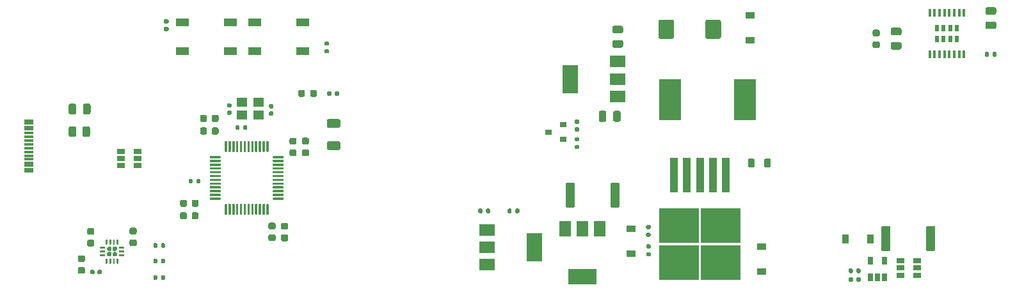
<source format=gbr>
%TF.GenerationSoftware,KiCad,Pcbnew,(5.1.9)-1*%
%TF.CreationDate,2022-06-19T13:41:10+03:00*%
%TF.ProjectId,jantteri-motor-pwr,6a616e74-7465-4726-992d-6d6f746f722d,rev?*%
%TF.SameCoordinates,Original*%
%TF.FileFunction,Paste,Top*%
%TF.FilePolarity,Positive*%
%FSLAX46Y46*%
G04 Gerber Fmt 4.6, Leading zero omitted, Abs format (unit mm)*
G04 Created by KiCad (PCBNEW (5.1.9)-1) date 2022-06-19 13:41:10*
%MOMM*%
%LPD*%
G01*
G04 APERTURE LIST*
%ADD10R,0.900000X1.200000*%
%ADD11R,1.200000X0.900000*%
%ADD12R,1.150000X0.300000*%
%ADD13R,2.900000X5.400000*%
%ADD14R,0.900000X0.800000*%
%ADD15R,1.060000X0.650000*%
%ADD16R,0.650000X1.060000*%
%ADD17R,2.000000X1.500000*%
%ADD18R,2.000000X3.800000*%
%ADD19R,1.100000X4.600000*%
%ADD20R,5.250000X4.550000*%
%ADD21R,0.450000X1.050000*%
%ADD22R,0.537000X0.882000*%
%ADD23R,3.800000X2.000000*%
%ADD24R,1.500000X2.000000*%
%ADD25R,1.400000X1.200000*%
%ADD26R,1.700000X1.000000*%
G04 APERTURE END LIST*
%TO.C,C1*%
G36*
G01*
X110901241Y-124511760D02*
X109601239Y-124511760D01*
G75*
G02*
X109351240Y-124261761I0J249999D01*
G01*
X109351240Y-123611759D01*
G75*
G02*
X109601239Y-123361760I249999J0D01*
G01*
X110901241Y-123361760D01*
G75*
G02*
X111151240Y-123611759I0J-249999D01*
G01*
X111151240Y-124261761D01*
G75*
G02*
X110901241Y-124511760I-249999J0D01*
G01*
G37*
G36*
G01*
X110901241Y-121561760D02*
X109601239Y-121561760D01*
G75*
G02*
X109351240Y-121311761I0J249999D01*
G01*
X109351240Y-120661759D01*
G75*
G02*
X109601239Y-120411760I249999J0D01*
G01*
X110901241Y-120411760D01*
G75*
G02*
X111151240Y-120661759I0J-249999D01*
G01*
X111151240Y-121311761D01*
G75*
G02*
X110901241Y-121561760I-249999J0D01*
G01*
G37*
%TD*%
%TO.C,C2*%
G36*
G01*
X101842760Y-134124280D02*
X102342760Y-134124280D01*
G75*
G02*
X102567760Y-134349280I0J-225000D01*
G01*
X102567760Y-134799280D01*
G75*
G02*
X102342760Y-135024280I-225000J0D01*
G01*
X101842760Y-135024280D01*
G75*
G02*
X101617760Y-134799280I0J225000D01*
G01*
X101617760Y-134349280D01*
G75*
G02*
X101842760Y-134124280I225000J0D01*
G01*
G37*
G36*
G01*
X101842760Y-135674280D02*
X102342760Y-135674280D01*
G75*
G02*
X102567760Y-135899280I0J-225000D01*
G01*
X102567760Y-136349280D01*
G75*
G02*
X102342760Y-136574280I-225000J0D01*
G01*
X101842760Y-136574280D01*
G75*
G02*
X101617760Y-136349280I0J225000D01*
G01*
X101617760Y-135899280D01*
G75*
G02*
X101842760Y-135674280I225000J0D01*
G01*
G37*
%TD*%
%TO.C,C3*%
G36*
G01*
X103503920Y-135704160D02*
X104003920Y-135704160D01*
G75*
G02*
X104228920Y-135929160I0J-225000D01*
G01*
X104228920Y-136379160D01*
G75*
G02*
X104003920Y-136604160I-225000J0D01*
G01*
X103503920Y-136604160D01*
G75*
G02*
X103278920Y-136379160I0J225000D01*
G01*
X103278920Y-135929160D01*
G75*
G02*
X103503920Y-135704160I225000J0D01*
G01*
G37*
G36*
G01*
X103503920Y-134154160D02*
X104003920Y-134154160D01*
G75*
G02*
X104228920Y-134379160I0J-225000D01*
G01*
X104228920Y-134829160D01*
G75*
G02*
X104003920Y-135054160I-225000J0D01*
G01*
X103503920Y-135054160D01*
G75*
G02*
X103278920Y-134829160I0J225000D01*
G01*
X103278920Y-134379160D01*
G75*
G02*
X103503920Y-134154160I225000J0D01*
G01*
G37*
%TD*%
%TO.C,C4*%
G36*
G01*
X105126600Y-125326560D02*
X104626600Y-125326560D01*
G75*
G02*
X104401600Y-125101560I0J225000D01*
G01*
X104401600Y-124651560D01*
G75*
G02*
X104626600Y-124426560I225000J0D01*
G01*
X105126600Y-124426560D01*
G75*
G02*
X105351600Y-124651560I0J-225000D01*
G01*
X105351600Y-125101560D01*
G75*
G02*
X105126600Y-125326560I-225000J0D01*
G01*
G37*
G36*
G01*
X105126600Y-123776560D02*
X104626600Y-123776560D01*
G75*
G02*
X104401600Y-123551560I0J225000D01*
G01*
X104401600Y-123101560D01*
G75*
G02*
X104626600Y-122876560I225000J0D01*
G01*
X105126600Y-122876560D01*
G75*
G02*
X105351600Y-123101560I0J-225000D01*
G01*
X105351600Y-123551560D01*
G75*
G02*
X105126600Y-123776560I-225000J0D01*
G01*
G37*
%TD*%
%TO.C,C5*%
G36*
G01*
X106772520Y-125324320D02*
X106272520Y-125324320D01*
G75*
G02*
X106047520Y-125099320I0J225000D01*
G01*
X106047520Y-124649320D01*
G75*
G02*
X106272520Y-124424320I225000J0D01*
G01*
X106772520Y-124424320D01*
G75*
G02*
X106997520Y-124649320I0J-225000D01*
G01*
X106997520Y-125099320D01*
G75*
G02*
X106772520Y-125324320I-225000J0D01*
G01*
G37*
G36*
G01*
X106772520Y-123774320D02*
X106272520Y-123774320D01*
G75*
G02*
X106047520Y-123549320I0J225000D01*
G01*
X106047520Y-123099320D01*
G75*
G02*
X106272520Y-122874320I225000J0D01*
G01*
X106772520Y-122874320D01*
G75*
G02*
X106997520Y-123099320I0J-225000D01*
G01*
X106997520Y-123549320D01*
G75*
G02*
X106772520Y-123774320I-225000J0D01*
G01*
G37*
%TD*%
%TO.C,C6*%
G36*
G01*
X90837840Y-131316920D02*
X90837840Y-131816920D01*
G75*
G02*
X90612840Y-132041920I-225000J0D01*
G01*
X90162840Y-132041920D01*
G75*
G02*
X89937840Y-131816920I0J225000D01*
G01*
X89937840Y-131316920D01*
G75*
G02*
X90162840Y-131091920I225000J0D01*
G01*
X90612840Y-131091920D01*
G75*
G02*
X90837840Y-131316920I0J-225000D01*
G01*
G37*
G36*
G01*
X92387840Y-131316920D02*
X92387840Y-131816920D01*
G75*
G02*
X92162840Y-132041920I-225000J0D01*
G01*
X91712840Y-132041920D01*
G75*
G02*
X91487840Y-131816920I0J225000D01*
G01*
X91487840Y-131316920D01*
G75*
G02*
X91712840Y-131091920I225000J0D01*
G01*
X92162840Y-131091920D01*
G75*
G02*
X92387840Y-131316920I0J-225000D01*
G01*
G37*
%TD*%
%TO.C,C7*%
G36*
G01*
X92373999Y-132980199D02*
X92373999Y-133480199D01*
G75*
G02*
X92148999Y-133705199I-225000J0D01*
G01*
X91698999Y-133705199D01*
G75*
G02*
X91473999Y-133480199I0J225000D01*
G01*
X91473999Y-132980199D01*
G75*
G02*
X91698999Y-132755199I225000J0D01*
G01*
X92148999Y-132755199D01*
G75*
G02*
X92373999Y-132980199I0J-225000D01*
G01*
G37*
G36*
G01*
X90823999Y-132980199D02*
X90823999Y-133480199D01*
G75*
G02*
X90598999Y-133705199I-225000J0D01*
G01*
X90148999Y-133705199D01*
G75*
G02*
X89923999Y-133480199I0J225000D01*
G01*
X89923999Y-132980199D01*
G75*
G02*
X90148999Y-132755199I225000J0D01*
G01*
X90598999Y-132755199D01*
G75*
G02*
X90823999Y-132980199I0J-225000D01*
G01*
G37*
%TD*%
%TO.C,C8*%
G36*
G01*
X93474960Y-120074880D02*
X93474960Y-120574880D01*
G75*
G02*
X93249960Y-120799880I-225000J0D01*
G01*
X92799960Y-120799880D01*
G75*
G02*
X92574960Y-120574880I0J225000D01*
G01*
X92574960Y-120074880D01*
G75*
G02*
X92799960Y-119849880I225000J0D01*
G01*
X93249960Y-119849880D01*
G75*
G02*
X93474960Y-120074880I0J-225000D01*
G01*
G37*
G36*
G01*
X95024960Y-120074880D02*
X95024960Y-120574880D01*
G75*
G02*
X94799960Y-120799880I-225000J0D01*
G01*
X94349960Y-120799880D01*
G75*
G02*
X94124960Y-120574880I0J225000D01*
G01*
X94124960Y-120074880D01*
G75*
G02*
X94349960Y-119849880I225000J0D01*
G01*
X94799960Y-119849880D01*
G75*
G02*
X95024960Y-120074880I0J-225000D01*
G01*
G37*
%TD*%
%TO.C,C9*%
G36*
G01*
X93474960Y-121741120D02*
X93474960Y-122241120D01*
G75*
G02*
X93249960Y-122466120I-225000J0D01*
G01*
X92799960Y-122466120D01*
G75*
G02*
X92574960Y-122241120I0J225000D01*
G01*
X92574960Y-121741120D01*
G75*
G02*
X92799960Y-121516120I225000J0D01*
G01*
X93249960Y-121516120D01*
G75*
G02*
X93474960Y-121741120I0J-225000D01*
G01*
G37*
G36*
G01*
X95024960Y-121741120D02*
X95024960Y-122241120D01*
G75*
G02*
X94799960Y-122466120I-225000J0D01*
G01*
X94349960Y-122466120D01*
G75*
G02*
X94124960Y-122241120I0J225000D01*
G01*
X94124960Y-121741120D01*
G75*
G02*
X94349960Y-121516120I225000J0D01*
G01*
X94799960Y-121516120D01*
G75*
G02*
X95024960Y-121741120I0J-225000D01*
G01*
G37*
%TD*%
%TO.C,C10*%
G36*
G01*
X101821160Y-118426960D02*
X102161160Y-118426960D01*
G75*
G02*
X102301160Y-118566960I0J-140000D01*
G01*
X102301160Y-118846960D01*
G75*
G02*
X102161160Y-118986960I-140000J0D01*
G01*
X101821160Y-118986960D01*
G75*
G02*
X101681160Y-118846960I0J140000D01*
G01*
X101681160Y-118566960D01*
G75*
G02*
X101821160Y-118426960I140000J0D01*
G01*
G37*
G36*
G01*
X101821160Y-119386960D02*
X102161160Y-119386960D01*
G75*
G02*
X102301160Y-119526960I0J-140000D01*
G01*
X102301160Y-119806960D01*
G75*
G02*
X102161160Y-119946960I-140000J0D01*
G01*
X101821160Y-119946960D01*
G75*
G02*
X101681160Y-119806960I0J140000D01*
G01*
X101681160Y-119526960D01*
G75*
G02*
X101821160Y-119386960I140000J0D01*
G01*
G37*
%TD*%
%TO.C,C11*%
G36*
G01*
X96613800Y-118877800D02*
X96273800Y-118877800D01*
G75*
G02*
X96133800Y-118737800I0J140000D01*
G01*
X96133800Y-118457800D01*
G75*
G02*
X96273800Y-118317800I140000J0D01*
G01*
X96613800Y-118317800D01*
G75*
G02*
X96753800Y-118457800I0J-140000D01*
G01*
X96753800Y-118737800D01*
G75*
G02*
X96613800Y-118877800I-140000J0D01*
G01*
G37*
G36*
G01*
X96613800Y-119837800D02*
X96273800Y-119837800D01*
G75*
G02*
X96133800Y-119697800I0J140000D01*
G01*
X96133800Y-119417800D01*
G75*
G02*
X96273800Y-119277800I140000J0D01*
G01*
X96613800Y-119277800D01*
G75*
G02*
X96753800Y-119417800I0J-140000D01*
G01*
X96753800Y-119697800D01*
G75*
G02*
X96613800Y-119837800I-140000J0D01*
G01*
G37*
%TD*%
%TO.C,C12*%
G36*
G01*
X148303000Y-110939200D02*
X147353000Y-110939200D01*
G75*
G02*
X147103000Y-110689200I0J250000D01*
G01*
X147103000Y-110189200D01*
G75*
G02*
X147353000Y-109939200I250000J0D01*
G01*
X148303000Y-109939200D01*
G75*
G02*
X148553000Y-110189200I0J-250000D01*
G01*
X148553000Y-110689200D01*
G75*
G02*
X148303000Y-110939200I-250000J0D01*
G01*
G37*
G36*
G01*
X148303000Y-109039200D02*
X147353000Y-109039200D01*
G75*
G02*
X147103000Y-108789200I0J250000D01*
G01*
X147103000Y-108289200D01*
G75*
G02*
X147353000Y-108039200I250000J0D01*
G01*
X148303000Y-108039200D01*
G75*
G02*
X148553000Y-108289200I0J-250000D01*
G01*
X148553000Y-108789200D01*
G75*
G02*
X148303000Y-109039200I-250000J0D01*
G01*
G37*
%TD*%
%TO.C,C13*%
G36*
G01*
X147226400Y-120515400D02*
X147226400Y-119565400D01*
G75*
G02*
X147476400Y-119315400I250000J0D01*
G01*
X147976400Y-119315400D01*
G75*
G02*
X148226400Y-119565400I0J-250000D01*
G01*
X148226400Y-120515400D01*
G75*
G02*
X147976400Y-120765400I-250000J0D01*
G01*
X147476400Y-120765400D01*
G75*
G02*
X147226400Y-120515400I0J250000D01*
G01*
G37*
G36*
G01*
X145326400Y-120515400D02*
X145326400Y-119565400D01*
G75*
G02*
X145576400Y-119315400I250000J0D01*
G01*
X146076400Y-119315400D01*
G75*
G02*
X146326400Y-119565400I0J-250000D01*
G01*
X146326400Y-120515400D01*
G75*
G02*
X146076400Y-120765400I-250000J0D01*
G01*
X145576400Y-120765400D01*
G75*
G02*
X145326400Y-120515400I0J250000D01*
G01*
G37*
%TD*%
%TO.C,C14*%
G36*
G01*
X83968400Y-135699320D02*
X83468400Y-135699320D01*
G75*
G02*
X83243400Y-135474320I0J225000D01*
G01*
X83243400Y-135024320D01*
G75*
G02*
X83468400Y-134799320I225000J0D01*
G01*
X83968400Y-134799320D01*
G75*
G02*
X84193400Y-135024320I0J-225000D01*
G01*
X84193400Y-135474320D01*
G75*
G02*
X83968400Y-135699320I-225000J0D01*
G01*
G37*
G36*
G01*
X83968400Y-137249320D02*
X83468400Y-137249320D01*
G75*
G02*
X83243400Y-137024320I0J225000D01*
G01*
X83243400Y-136574320D01*
G75*
G02*
X83468400Y-136349320I225000J0D01*
G01*
X83968400Y-136349320D01*
G75*
G02*
X84193400Y-136574320I0J-225000D01*
G01*
X84193400Y-137024320D01*
G75*
G02*
X83968400Y-137249320I-225000J0D01*
G01*
G37*
%TD*%
%TO.C,C15*%
G36*
G01*
X78365160Y-137290560D02*
X77865160Y-137290560D01*
G75*
G02*
X77640160Y-137065560I0J225000D01*
G01*
X77640160Y-136615560D01*
G75*
G02*
X77865160Y-136390560I225000J0D01*
G01*
X78365160Y-136390560D01*
G75*
G02*
X78590160Y-136615560I0J-225000D01*
G01*
X78590160Y-137065560D01*
G75*
G02*
X78365160Y-137290560I-225000J0D01*
G01*
G37*
G36*
G01*
X78365160Y-135740560D02*
X77865160Y-135740560D01*
G75*
G02*
X77640160Y-135515560I0J225000D01*
G01*
X77640160Y-135065560D01*
G75*
G02*
X77865160Y-134840560I225000J0D01*
G01*
X78365160Y-134840560D01*
G75*
G02*
X78590160Y-135065560I0J-225000D01*
G01*
X78590160Y-135515560D01*
G75*
G02*
X78365160Y-135740560I-225000J0D01*
G01*
G37*
%TD*%
%TO.C,C17*%
G36*
G01*
X161491300Y-107483800D02*
X161491300Y-109533800D01*
G75*
G02*
X161241300Y-109783800I-250000J0D01*
G01*
X159666300Y-109783800D01*
G75*
G02*
X159416300Y-109533800I0J250000D01*
G01*
X159416300Y-107483800D01*
G75*
G02*
X159666300Y-107233800I250000J0D01*
G01*
X161241300Y-107233800D01*
G75*
G02*
X161491300Y-107483800I0J-250000D01*
G01*
G37*
G36*
G01*
X155266300Y-107483800D02*
X155266300Y-109533800D01*
G75*
G02*
X155016300Y-109783800I-250000J0D01*
G01*
X153441300Y-109783800D01*
G75*
G02*
X153191300Y-109533800I0J250000D01*
G01*
X153191300Y-107483800D01*
G75*
G02*
X153441300Y-107233800I250000J0D01*
G01*
X155016300Y-107233800D01*
G75*
G02*
X155266300Y-107483800I0J-250000D01*
G01*
G37*
%TD*%
%TO.C,C18*%
G36*
G01*
X181771480Y-110098720D02*
X182271480Y-110098720D01*
G75*
G02*
X182496480Y-110323720I0J-225000D01*
G01*
X182496480Y-110773720D01*
G75*
G02*
X182271480Y-110998720I-225000J0D01*
G01*
X181771480Y-110998720D01*
G75*
G02*
X181546480Y-110773720I0J225000D01*
G01*
X181546480Y-110323720D01*
G75*
G02*
X181771480Y-110098720I225000J0D01*
G01*
G37*
G36*
G01*
X181771480Y-108548720D02*
X182271480Y-108548720D01*
G75*
G02*
X182496480Y-108773720I0J-225000D01*
G01*
X182496480Y-109223720D01*
G75*
G02*
X182271480Y-109448720I-225000J0D01*
G01*
X181771480Y-109448720D01*
G75*
G02*
X181546480Y-109223720I0J225000D01*
G01*
X181546480Y-108773720D01*
G75*
G02*
X181771480Y-108548720I225000J0D01*
G01*
G37*
%TD*%
%TO.C,C19*%
G36*
G01*
X184188080Y-110203440D02*
X185138080Y-110203440D01*
G75*
G02*
X185388080Y-110453440I0J-250000D01*
G01*
X185388080Y-110953440D01*
G75*
G02*
X185138080Y-111203440I-250000J0D01*
G01*
X184188080Y-111203440D01*
G75*
G02*
X183938080Y-110953440I0J250000D01*
G01*
X183938080Y-110453440D01*
G75*
G02*
X184188080Y-110203440I250000J0D01*
G01*
G37*
G36*
G01*
X184188080Y-108303440D02*
X185138080Y-108303440D01*
G75*
G02*
X185388080Y-108553440I0J-250000D01*
G01*
X185388080Y-109053440D01*
G75*
G02*
X185138080Y-109303440I-250000J0D01*
G01*
X184188080Y-109303440D01*
G75*
G02*
X183938080Y-109053440I0J250000D01*
G01*
X183938080Y-108553440D01*
G75*
G02*
X184188080Y-108303440I250000J0D01*
G01*
G37*
%TD*%
%TO.C,C20*%
G36*
G01*
X197655200Y-108475480D02*
X196705200Y-108475480D01*
G75*
G02*
X196455200Y-108225480I0J250000D01*
G01*
X196455200Y-107725480D01*
G75*
G02*
X196705200Y-107475480I250000J0D01*
G01*
X197655200Y-107475480D01*
G75*
G02*
X197905200Y-107725480I0J-250000D01*
G01*
X197905200Y-108225480D01*
G75*
G02*
X197655200Y-108475480I-250000J0D01*
G01*
G37*
G36*
G01*
X197655200Y-106575480D02*
X196705200Y-106575480D01*
G75*
G02*
X196455200Y-106325480I0J250000D01*
G01*
X196455200Y-105825480D01*
G75*
G02*
X196705200Y-105575480I250000J0D01*
G01*
X197655200Y-105575480D01*
G75*
G02*
X197905200Y-105825480I0J-250000D01*
G01*
X197905200Y-106325480D01*
G75*
G02*
X197655200Y-106575480I-250000J0D01*
G01*
G37*
%TD*%
%TO.C,C21*%
G36*
G01*
X78092000Y-118600200D02*
X78092000Y-119550200D01*
G75*
G02*
X77842000Y-119800200I-250000J0D01*
G01*
X77342000Y-119800200D01*
G75*
G02*
X77092000Y-119550200I0J250000D01*
G01*
X77092000Y-118600200D01*
G75*
G02*
X77342000Y-118350200I250000J0D01*
G01*
X77842000Y-118350200D01*
G75*
G02*
X78092000Y-118600200I0J-250000D01*
G01*
G37*
G36*
G01*
X76192000Y-118600200D02*
X76192000Y-119550200D01*
G75*
G02*
X75942000Y-119800200I-250000J0D01*
G01*
X75442000Y-119800200D01*
G75*
G02*
X75192000Y-119550200I0J250000D01*
G01*
X75192000Y-118600200D01*
G75*
G02*
X75442000Y-118350200I250000J0D01*
G01*
X75942000Y-118350200D01*
G75*
G02*
X76192000Y-118600200I0J-250000D01*
G01*
G37*
%TD*%
%TO.C,C22*%
G36*
G01*
X76630720Y-138454680D02*
X77130720Y-138454680D01*
G75*
G02*
X77355720Y-138679680I0J-225000D01*
G01*
X77355720Y-139129680D01*
G75*
G02*
X77130720Y-139354680I-225000J0D01*
G01*
X76630720Y-139354680D01*
G75*
G02*
X76405720Y-139129680I0J225000D01*
G01*
X76405720Y-138679680D01*
G75*
G02*
X76630720Y-138454680I225000J0D01*
G01*
G37*
G36*
G01*
X76630720Y-140004680D02*
X77130720Y-140004680D01*
G75*
G02*
X77355720Y-140229680I0J-225000D01*
G01*
X77355720Y-140679680D01*
G75*
G02*
X77130720Y-140904680I-225000J0D01*
G01*
X76630720Y-140904680D01*
G75*
G02*
X76405720Y-140679680I0J225000D01*
G01*
X76405720Y-140229680D01*
G75*
G02*
X76630720Y-140004680I225000J0D01*
G01*
G37*
%TD*%
D10*
%TO.C,D1*%
X177954400Y-136296400D03*
X181254400Y-136296400D03*
%TD*%
D11*
%TO.C,D2*%
X165354000Y-109931200D03*
X165354000Y-106631200D03*
%TD*%
%TO.C,D3*%
X166827200Y-140614400D03*
X166827200Y-137314400D03*
%TD*%
%TO.C,D4*%
G36*
G01*
X108016660Y-116746310D02*
X108016660Y-117258810D01*
G75*
G02*
X107797910Y-117477560I-218750J0D01*
G01*
X107360410Y-117477560D01*
G75*
G02*
X107141660Y-117258810I0J218750D01*
G01*
X107141660Y-116746310D01*
G75*
G02*
X107360410Y-116527560I218750J0D01*
G01*
X107797910Y-116527560D01*
G75*
G02*
X108016660Y-116746310I0J-218750D01*
G01*
G37*
G36*
G01*
X106441660Y-116746310D02*
X106441660Y-117258810D01*
G75*
G02*
X106222910Y-117477560I-218750J0D01*
G01*
X105785410Y-117477560D01*
G75*
G02*
X105566660Y-117258810I0J218750D01*
G01*
X105566660Y-116746310D01*
G75*
G02*
X105785410Y-116527560I218750J0D01*
G01*
X106222910Y-116527560D01*
G75*
G02*
X106441660Y-116746310I0J-218750D01*
G01*
G37*
%TD*%
%TO.C,D5*%
X149606000Y-134975600D03*
X149606000Y-138275600D03*
%TD*%
%TO.C,FB1*%
G36*
G01*
X165068900Y-126619250D02*
X165068900Y-125856750D01*
G75*
G02*
X165287650Y-125638000I218750J0D01*
G01*
X165725150Y-125638000D01*
G75*
G02*
X165943900Y-125856750I0J-218750D01*
G01*
X165943900Y-126619250D01*
G75*
G02*
X165725150Y-126838000I-218750J0D01*
G01*
X165287650Y-126838000D01*
G75*
G02*
X165068900Y-126619250I0J218750D01*
G01*
G37*
G36*
G01*
X167193900Y-126619250D02*
X167193900Y-125856750D01*
G75*
G02*
X167412650Y-125638000I218750J0D01*
G01*
X167850150Y-125638000D01*
G75*
G02*
X168068900Y-125856750I0J-218750D01*
G01*
X168068900Y-126619250D01*
G75*
G02*
X167850150Y-126838000I-218750J0D01*
G01*
X167412650Y-126838000D01*
G75*
G02*
X167193900Y-126619250I0J218750D01*
G01*
G37*
%TD*%
D12*
%TO.C,J9*%
X69913200Y-127052800D03*
X69913200Y-126252800D03*
X69913200Y-125752800D03*
X69913200Y-125252800D03*
X69913200Y-124752800D03*
X69913200Y-124252800D03*
X69913200Y-123752800D03*
X69913200Y-123252800D03*
X69913200Y-122752800D03*
X69913200Y-122252800D03*
X69913200Y-121452800D03*
X69913200Y-120652800D03*
X69913200Y-120952800D03*
X69913200Y-121752800D03*
X69913200Y-126552800D03*
X69913200Y-127352800D03*
%TD*%
D13*
%TO.C,L1*%
X164687600Y-117856000D03*
X154787600Y-117856000D03*
%TD*%
D14*
%TO.C,Q1*%
X140649200Y-123073200D03*
X140649200Y-121173200D03*
X138649200Y-122123200D03*
%TD*%
%TO.C,R1*%
G36*
G01*
X151717160Y-138033000D02*
X152087160Y-138033000D01*
G75*
G02*
X152222160Y-138168000I0J-135000D01*
G01*
X152222160Y-138438000D01*
G75*
G02*
X152087160Y-138573000I-135000J0D01*
G01*
X151717160Y-138573000D01*
G75*
G02*
X151582160Y-138438000I0J135000D01*
G01*
X151582160Y-138168000D01*
G75*
G02*
X151717160Y-138033000I135000J0D01*
G01*
G37*
G36*
G01*
X151717160Y-137013000D02*
X152087160Y-137013000D01*
G75*
G02*
X152222160Y-137148000I0J-135000D01*
G01*
X152222160Y-137418000D01*
G75*
G02*
X152087160Y-137553000I-135000J0D01*
G01*
X151717160Y-137553000D01*
G75*
G02*
X151582160Y-137418000I0J135000D01*
G01*
X151582160Y-137148000D01*
G75*
G02*
X151717160Y-137013000I135000J0D01*
G01*
G37*
%TD*%
%TO.C,R2*%
G36*
G01*
X151701920Y-134452680D02*
X152071920Y-134452680D01*
G75*
G02*
X152206920Y-134587680I0J-135000D01*
G01*
X152206920Y-134857680D01*
G75*
G02*
X152071920Y-134992680I-135000J0D01*
G01*
X151701920Y-134992680D01*
G75*
G02*
X151566920Y-134857680I0J135000D01*
G01*
X151566920Y-134587680D01*
G75*
G02*
X151701920Y-134452680I135000J0D01*
G01*
G37*
G36*
G01*
X151701920Y-135472680D02*
X152071920Y-135472680D01*
G75*
G02*
X152206920Y-135607680I0J-135000D01*
G01*
X152206920Y-135877680D01*
G75*
G02*
X152071920Y-136012680I-135000J0D01*
G01*
X151701920Y-136012680D01*
G75*
G02*
X151566920Y-135877680I0J135000D01*
G01*
X151566920Y-135607680D01*
G75*
G02*
X151701920Y-135472680I135000J0D01*
G01*
G37*
%TD*%
%TO.C,R3*%
G36*
G01*
X142628200Y-123354400D02*
X142258200Y-123354400D01*
G75*
G02*
X142123200Y-123219400I0J135000D01*
G01*
X142123200Y-122949400D01*
G75*
G02*
X142258200Y-122814400I135000J0D01*
G01*
X142628200Y-122814400D01*
G75*
G02*
X142763200Y-122949400I0J-135000D01*
G01*
X142763200Y-123219400D01*
G75*
G02*
X142628200Y-123354400I-135000J0D01*
G01*
G37*
G36*
G01*
X142628200Y-124374400D02*
X142258200Y-124374400D01*
G75*
G02*
X142123200Y-124239400I0J135000D01*
G01*
X142123200Y-123969400D01*
G75*
G02*
X142258200Y-123834400I135000J0D01*
G01*
X142628200Y-123834400D01*
G75*
G02*
X142763200Y-123969400I0J-135000D01*
G01*
X142763200Y-124239400D01*
G75*
G02*
X142628200Y-124374400I-135000J0D01*
G01*
G37*
%TD*%
%TO.C,R4*%
G36*
G01*
X142258200Y-120479600D02*
X142628200Y-120479600D01*
G75*
G02*
X142763200Y-120614600I0J-135000D01*
G01*
X142763200Y-120884600D01*
G75*
G02*
X142628200Y-121019600I-135000J0D01*
G01*
X142258200Y-121019600D01*
G75*
G02*
X142123200Y-120884600I0J135000D01*
G01*
X142123200Y-120614600D01*
G75*
G02*
X142258200Y-120479600I135000J0D01*
G01*
G37*
G36*
G01*
X142258200Y-121499600D02*
X142628200Y-121499600D01*
G75*
G02*
X142763200Y-121634600I0J-135000D01*
G01*
X142763200Y-121904600D01*
G75*
G02*
X142628200Y-122039600I-135000J0D01*
G01*
X142258200Y-122039600D01*
G75*
G02*
X142123200Y-121904600I0J135000D01*
G01*
X142123200Y-121634600D01*
G75*
G02*
X142258200Y-121499600I135000J0D01*
G01*
G37*
%TD*%
%TO.C,R6*%
G36*
G01*
X179949600Y-140327800D02*
X179949600Y-140697800D01*
G75*
G02*
X179814600Y-140832800I-135000J0D01*
G01*
X179544600Y-140832800D01*
G75*
G02*
X179409600Y-140697800I0J135000D01*
G01*
X179409600Y-140327800D01*
G75*
G02*
X179544600Y-140192800I135000J0D01*
G01*
X179814600Y-140192800D01*
G75*
G02*
X179949600Y-140327800I0J-135000D01*
G01*
G37*
G36*
G01*
X178929600Y-140327800D02*
X178929600Y-140697800D01*
G75*
G02*
X178794600Y-140832800I-135000J0D01*
G01*
X178524600Y-140832800D01*
G75*
G02*
X178389600Y-140697800I0J135000D01*
G01*
X178389600Y-140327800D01*
G75*
G02*
X178524600Y-140192800I135000J0D01*
G01*
X178794600Y-140192800D01*
G75*
G02*
X178929600Y-140327800I0J-135000D01*
G01*
G37*
%TD*%
%TO.C,R7*%
G36*
G01*
X197417120Y-112011040D02*
X197417120Y-111641040D01*
G75*
G02*
X197552120Y-111506040I135000J0D01*
G01*
X197822120Y-111506040D01*
G75*
G02*
X197957120Y-111641040I0J-135000D01*
G01*
X197957120Y-112011040D01*
G75*
G02*
X197822120Y-112146040I-135000J0D01*
G01*
X197552120Y-112146040D01*
G75*
G02*
X197417120Y-112011040I0J135000D01*
G01*
G37*
G36*
G01*
X196397120Y-112011040D02*
X196397120Y-111641040D01*
G75*
G02*
X196532120Y-111506040I135000J0D01*
G01*
X196802120Y-111506040D01*
G75*
G02*
X196937120Y-111641040I0J-135000D01*
G01*
X196937120Y-112011040D01*
G75*
G02*
X196802120Y-112146040I-135000J0D01*
G01*
X196532120Y-112146040D01*
G75*
G02*
X196397120Y-112011040I0J135000D01*
G01*
G37*
%TD*%
%TO.C,R8*%
G36*
G01*
X78029500Y-121621000D02*
X78029500Y-122521002D01*
G75*
G02*
X77779501Y-122771001I-249999J0D01*
G01*
X77254499Y-122771001D01*
G75*
G02*
X77004500Y-122521002I0J249999D01*
G01*
X77004500Y-121621000D01*
G75*
G02*
X77254499Y-121371001I249999J0D01*
G01*
X77779501Y-121371001D01*
G75*
G02*
X78029500Y-121621000I0J-249999D01*
G01*
G37*
G36*
G01*
X76204500Y-121621000D02*
X76204500Y-122521002D01*
G75*
G02*
X75954501Y-122771001I-249999J0D01*
G01*
X75429499Y-122771001D01*
G75*
G02*
X75179500Y-122521002I0J249999D01*
G01*
X75179500Y-121621000D01*
G75*
G02*
X75429499Y-121371001I249999J0D01*
G01*
X75954501Y-121371001D01*
G75*
G02*
X76204500Y-121621000I0J-249999D01*
G01*
G37*
%TD*%
%TO.C,R9*%
G36*
G01*
X178393600Y-141866200D02*
X178393600Y-141496200D01*
G75*
G02*
X178528600Y-141361200I135000J0D01*
G01*
X178798600Y-141361200D01*
G75*
G02*
X178933600Y-141496200I0J-135000D01*
G01*
X178933600Y-141866200D01*
G75*
G02*
X178798600Y-142001200I-135000J0D01*
G01*
X178528600Y-142001200D01*
G75*
G02*
X178393600Y-141866200I0J135000D01*
G01*
G37*
G36*
G01*
X179413600Y-141866200D02*
X179413600Y-141496200D01*
G75*
G02*
X179548600Y-141361200I135000J0D01*
G01*
X179818600Y-141361200D01*
G75*
G02*
X179953600Y-141496200I0J-135000D01*
G01*
X179953600Y-141866200D01*
G75*
G02*
X179818600Y-142001200I-135000J0D01*
G01*
X179548600Y-142001200D01*
G75*
G02*
X179413600Y-141866200I0J135000D01*
G01*
G37*
%TD*%
%TO.C,R10*%
G36*
G01*
X98824000Y-121338760D02*
X98824000Y-121708760D01*
G75*
G02*
X98689000Y-121843760I-135000J0D01*
G01*
X98419000Y-121843760D01*
G75*
G02*
X98284000Y-121708760I0J135000D01*
G01*
X98284000Y-121338760D01*
G75*
G02*
X98419000Y-121203760I135000J0D01*
G01*
X98689000Y-121203760D01*
G75*
G02*
X98824000Y-121338760I0J-135000D01*
G01*
G37*
G36*
G01*
X97804000Y-121338760D02*
X97804000Y-121708760D01*
G75*
G02*
X97669000Y-121843760I-135000J0D01*
G01*
X97399000Y-121843760D01*
G75*
G02*
X97264000Y-121708760I0J135000D01*
G01*
X97264000Y-121338760D01*
G75*
G02*
X97399000Y-121203760I135000J0D01*
G01*
X97669000Y-121203760D01*
G75*
G02*
X97804000Y-121338760I0J-135000D01*
G01*
G37*
%TD*%
%TO.C,R11*%
G36*
G01*
X87922520Y-108212320D02*
X88292520Y-108212320D01*
G75*
G02*
X88427520Y-108347320I0J-135000D01*
G01*
X88427520Y-108617320D01*
G75*
G02*
X88292520Y-108752320I-135000J0D01*
G01*
X87922520Y-108752320D01*
G75*
G02*
X87787520Y-108617320I0J135000D01*
G01*
X87787520Y-108347320D01*
G75*
G02*
X87922520Y-108212320I135000J0D01*
G01*
G37*
G36*
G01*
X87922520Y-107192320D02*
X88292520Y-107192320D01*
G75*
G02*
X88427520Y-107327320I0J-135000D01*
G01*
X88427520Y-107597320D01*
G75*
G02*
X88292520Y-107732320I-135000J0D01*
G01*
X87922520Y-107732320D01*
G75*
G02*
X87787520Y-107597320I0J135000D01*
G01*
X87787520Y-107327320D01*
G75*
G02*
X87922520Y-107192320I135000J0D01*
G01*
G37*
%TD*%
%TO.C,R12*%
G36*
G01*
X110960120Y-116863280D02*
X110960120Y-117233280D01*
G75*
G02*
X110825120Y-117368280I-135000J0D01*
G01*
X110555120Y-117368280D01*
G75*
G02*
X110420120Y-117233280I0J135000D01*
G01*
X110420120Y-116863280D01*
G75*
G02*
X110555120Y-116728280I135000J0D01*
G01*
X110825120Y-116728280D01*
G75*
G02*
X110960120Y-116863280I0J-135000D01*
G01*
G37*
G36*
G01*
X109940120Y-116863280D02*
X109940120Y-117233280D01*
G75*
G02*
X109805120Y-117368280I-135000J0D01*
G01*
X109535120Y-117368280D01*
G75*
G02*
X109400120Y-117233280I0J135000D01*
G01*
X109400120Y-116863280D01*
G75*
G02*
X109535120Y-116728280I135000J0D01*
G01*
X109805120Y-116728280D01*
G75*
G02*
X109940120Y-116863280I0J-135000D01*
G01*
G37*
%TD*%
%TO.C,R13*%
G36*
G01*
X109516760Y-110674720D02*
X109146760Y-110674720D01*
G75*
G02*
X109011760Y-110539720I0J135000D01*
G01*
X109011760Y-110269720D01*
G75*
G02*
X109146760Y-110134720I135000J0D01*
G01*
X109516760Y-110134720D01*
G75*
G02*
X109651760Y-110269720I0J-135000D01*
G01*
X109651760Y-110539720D01*
G75*
G02*
X109516760Y-110674720I-135000J0D01*
G01*
G37*
G36*
G01*
X109516760Y-111694720D02*
X109146760Y-111694720D01*
G75*
G02*
X109011760Y-111559720I0J135000D01*
G01*
X109011760Y-111289720D01*
G75*
G02*
X109146760Y-111154720I135000J0D01*
G01*
X109516760Y-111154720D01*
G75*
G02*
X109651760Y-111289720I0J-135000D01*
G01*
X109651760Y-111559720D01*
G75*
G02*
X109516760Y-111694720I-135000J0D01*
G01*
G37*
%TD*%
%TO.C,R14*%
G36*
G01*
X92624400Y-128450760D02*
X92624400Y-128820760D01*
G75*
G02*
X92489400Y-128955760I-135000J0D01*
G01*
X92219400Y-128955760D01*
G75*
G02*
X92084400Y-128820760I0J135000D01*
G01*
X92084400Y-128450760D01*
G75*
G02*
X92219400Y-128315760I135000J0D01*
G01*
X92489400Y-128315760D01*
G75*
G02*
X92624400Y-128450760I0J-135000D01*
G01*
G37*
G36*
G01*
X91604400Y-128450760D02*
X91604400Y-128820760D01*
G75*
G02*
X91469400Y-128955760I-135000J0D01*
G01*
X91199400Y-128955760D01*
G75*
G02*
X91064400Y-128820760I0J135000D01*
G01*
X91064400Y-128450760D01*
G75*
G02*
X91199400Y-128315760I135000J0D01*
G01*
X91469400Y-128315760D01*
G75*
G02*
X91604400Y-128450760I0J-135000D01*
G01*
G37*
%TD*%
%TO.C,R15*%
G36*
G01*
X86929720Y-136969920D02*
X86929720Y-137339920D01*
G75*
G02*
X86794720Y-137474920I-135000J0D01*
G01*
X86524720Y-137474920D01*
G75*
G02*
X86389720Y-137339920I0J135000D01*
G01*
X86389720Y-136969920D01*
G75*
G02*
X86524720Y-136834920I135000J0D01*
G01*
X86794720Y-136834920D01*
G75*
G02*
X86929720Y-136969920I0J-135000D01*
G01*
G37*
G36*
G01*
X87949720Y-136969920D02*
X87949720Y-137339920D01*
G75*
G02*
X87814720Y-137474920I-135000J0D01*
G01*
X87544720Y-137474920D01*
G75*
G02*
X87409720Y-137339920I0J135000D01*
G01*
X87409720Y-136969920D01*
G75*
G02*
X87544720Y-136834920I135000J0D01*
G01*
X87814720Y-136834920D01*
G75*
G02*
X87949720Y-136969920I0J-135000D01*
G01*
G37*
%TD*%
%TO.C,R16*%
G36*
G01*
X87949720Y-139027320D02*
X87949720Y-139397320D01*
G75*
G02*
X87814720Y-139532320I-135000J0D01*
G01*
X87544720Y-139532320D01*
G75*
G02*
X87409720Y-139397320I0J135000D01*
G01*
X87409720Y-139027320D01*
G75*
G02*
X87544720Y-138892320I135000J0D01*
G01*
X87814720Y-138892320D01*
G75*
G02*
X87949720Y-139027320I0J-135000D01*
G01*
G37*
G36*
G01*
X86929720Y-139027320D02*
X86929720Y-139397320D01*
G75*
G02*
X86794720Y-139532320I-135000J0D01*
G01*
X86524720Y-139532320D01*
G75*
G02*
X86389720Y-139397320I0J135000D01*
G01*
X86389720Y-139027320D01*
G75*
G02*
X86524720Y-138892320I135000J0D01*
G01*
X86794720Y-138892320D01*
G75*
G02*
X86929720Y-139027320I0J-135000D01*
G01*
G37*
%TD*%
%TO.C,R17*%
G36*
G01*
X87949720Y-141242200D02*
X87949720Y-141612200D01*
G75*
G02*
X87814720Y-141747200I-135000J0D01*
G01*
X87544720Y-141747200D01*
G75*
G02*
X87409720Y-141612200I0J135000D01*
G01*
X87409720Y-141242200D01*
G75*
G02*
X87544720Y-141107200I135000J0D01*
G01*
X87814720Y-141107200D01*
G75*
G02*
X87949720Y-141242200I0J-135000D01*
G01*
G37*
G36*
G01*
X86929720Y-141242200D02*
X86929720Y-141612200D01*
G75*
G02*
X86794720Y-141747200I-135000J0D01*
G01*
X86524720Y-141747200D01*
G75*
G02*
X86389720Y-141612200I0J135000D01*
G01*
X86389720Y-141242200D01*
G75*
G02*
X86524720Y-141107200I135000J0D01*
G01*
X86794720Y-141107200D01*
G75*
G02*
X86929720Y-141242200I0J-135000D01*
G01*
G37*
%TD*%
%TO.C,R18*%
G36*
G01*
X148084900Y-129080200D02*
X148084900Y-131930200D01*
G75*
G02*
X147834900Y-132180200I-250000J0D01*
G01*
X147109900Y-132180200D01*
G75*
G02*
X146859900Y-131930200I0J250000D01*
G01*
X146859900Y-129080200D01*
G75*
G02*
X147109900Y-128830200I250000J0D01*
G01*
X147834900Y-128830200D01*
G75*
G02*
X148084900Y-129080200I0J-250000D01*
G01*
G37*
G36*
G01*
X142159900Y-129080200D02*
X142159900Y-131930200D01*
G75*
G02*
X141909900Y-132180200I-250000J0D01*
G01*
X141184900Y-132180200D01*
G75*
G02*
X140934900Y-131930200I0J250000D01*
G01*
X140934900Y-129080200D01*
G75*
G02*
X141184900Y-128830200I250000J0D01*
G01*
X141909900Y-128830200D01*
G75*
G02*
X142159900Y-129080200I0J-250000D01*
G01*
G37*
%TD*%
%TO.C,R20*%
G36*
G01*
X133800880Y-132392840D02*
X133800880Y-132762840D01*
G75*
G02*
X133665880Y-132897840I-135000J0D01*
G01*
X133395880Y-132897840D01*
G75*
G02*
X133260880Y-132762840I0J135000D01*
G01*
X133260880Y-132392840D01*
G75*
G02*
X133395880Y-132257840I135000J0D01*
G01*
X133665880Y-132257840D01*
G75*
G02*
X133800880Y-132392840I0J-135000D01*
G01*
G37*
G36*
G01*
X134820880Y-132392840D02*
X134820880Y-132762840D01*
G75*
G02*
X134685880Y-132897840I-135000J0D01*
G01*
X134415880Y-132897840D01*
G75*
G02*
X134280880Y-132762840I0J135000D01*
G01*
X134280880Y-132392840D01*
G75*
G02*
X134415880Y-132257840I135000J0D01*
G01*
X134685880Y-132257840D01*
G75*
G02*
X134820880Y-132392840I0J-135000D01*
G01*
G37*
%TD*%
%TO.C,R21*%
G36*
G01*
X129927920Y-132392840D02*
X129927920Y-132762840D01*
G75*
G02*
X129792920Y-132897840I-135000J0D01*
G01*
X129522920Y-132897840D01*
G75*
G02*
X129387920Y-132762840I0J135000D01*
G01*
X129387920Y-132392840D01*
G75*
G02*
X129522920Y-132257840I135000J0D01*
G01*
X129792920Y-132257840D01*
G75*
G02*
X129927920Y-132392840I0J-135000D01*
G01*
G37*
G36*
G01*
X130947920Y-132392840D02*
X130947920Y-132762840D01*
G75*
G02*
X130812920Y-132897840I-135000J0D01*
G01*
X130542920Y-132897840D01*
G75*
G02*
X130407920Y-132762840I0J135000D01*
G01*
X130407920Y-132392840D01*
G75*
G02*
X130542920Y-132257840I135000J0D01*
G01*
X130812920Y-132257840D01*
G75*
G02*
X130947920Y-132392840I0J-135000D01*
G01*
G37*
%TD*%
D15*
%TO.C,U1*%
X187401200Y-141092000D03*
X187401200Y-140142000D03*
X187401200Y-139192000D03*
X185201200Y-139192000D03*
X185201200Y-141092000D03*
X185201200Y-140142000D03*
%TD*%
D16*
%TO.C,U2*%
X181218800Y-141358800D03*
X182168800Y-141358800D03*
X183118800Y-141358800D03*
X183118800Y-139158800D03*
X181218800Y-139158800D03*
%TD*%
%TO.C,U3*%
G36*
G01*
X101423601Y-123307401D02*
X101573601Y-123307401D01*
G75*
G02*
X101648601Y-123382401I0J-75000D01*
G01*
X101648601Y-124707401D01*
G75*
G02*
X101573601Y-124782401I-75000J0D01*
G01*
X101423601Y-124782401D01*
G75*
G02*
X101348601Y-124707401I0J75000D01*
G01*
X101348601Y-123382401D01*
G75*
G02*
X101423601Y-123307401I75000J0D01*
G01*
G37*
G36*
G01*
X100923601Y-123307401D02*
X101073601Y-123307401D01*
G75*
G02*
X101148601Y-123382401I0J-75000D01*
G01*
X101148601Y-124707401D01*
G75*
G02*
X101073601Y-124782401I-75000J0D01*
G01*
X100923601Y-124782401D01*
G75*
G02*
X100848601Y-124707401I0J75000D01*
G01*
X100848601Y-123382401D01*
G75*
G02*
X100923601Y-123307401I75000J0D01*
G01*
G37*
G36*
G01*
X100423601Y-123307401D02*
X100573601Y-123307401D01*
G75*
G02*
X100648601Y-123382401I0J-75000D01*
G01*
X100648601Y-124707401D01*
G75*
G02*
X100573601Y-124782401I-75000J0D01*
G01*
X100423601Y-124782401D01*
G75*
G02*
X100348601Y-124707401I0J75000D01*
G01*
X100348601Y-123382401D01*
G75*
G02*
X100423601Y-123307401I75000J0D01*
G01*
G37*
G36*
G01*
X99923601Y-123307401D02*
X100073601Y-123307401D01*
G75*
G02*
X100148601Y-123382401I0J-75000D01*
G01*
X100148601Y-124707401D01*
G75*
G02*
X100073601Y-124782401I-75000J0D01*
G01*
X99923601Y-124782401D01*
G75*
G02*
X99848601Y-124707401I0J75000D01*
G01*
X99848601Y-123382401D01*
G75*
G02*
X99923601Y-123307401I75000J0D01*
G01*
G37*
G36*
G01*
X99423601Y-123307401D02*
X99573601Y-123307401D01*
G75*
G02*
X99648601Y-123382401I0J-75000D01*
G01*
X99648601Y-124707401D01*
G75*
G02*
X99573601Y-124782401I-75000J0D01*
G01*
X99423601Y-124782401D01*
G75*
G02*
X99348601Y-124707401I0J75000D01*
G01*
X99348601Y-123382401D01*
G75*
G02*
X99423601Y-123307401I75000J0D01*
G01*
G37*
G36*
G01*
X98923601Y-123307401D02*
X99073601Y-123307401D01*
G75*
G02*
X99148601Y-123382401I0J-75000D01*
G01*
X99148601Y-124707401D01*
G75*
G02*
X99073601Y-124782401I-75000J0D01*
G01*
X98923601Y-124782401D01*
G75*
G02*
X98848601Y-124707401I0J75000D01*
G01*
X98848601Y-123382401D01*
G75*
G02*
X98923601Y-123307401I75000J0D01*
G01*
G37*
G36*
G01*
X98423601Y-123307401D02*
X98573601Y-123307401D01*
G75*
G02*
X98648601Y-123382401I0J-75000D01*
G01*
X98648601Y-124707401D01*
G75*
G02*
X98573601Y-124782401I-75000J0D01*
G01*
X98423601Y-124782401D01*
G75*
G02*
X98348601Y-124707401I0J75000D01*
G01*
X98348601Y-123382401D01*
G75*
G02*
X98423601Y-123307401I75000J0D01*
G01*
G37*
G36*
G01*
X97923601Y-123307401D02*
X98073601Y-123307401D01*
G75*
G02*
X98148601Y-123382401I0J-75000D01*
G01*
X98148601Y-124707401D01*
G75*
G02*
X98073601Y-124782401I-75000J0D01*
G01*
X97923601Y-124782401D01*
G75*
G02*
X97848601Y-124707401I0J75000D01*
G01*
X97848601Y-123382401D01*
G75*
G02*
X97923601Y-123307401I75000J0D01*
G01*
G37*
G36*
G01*
X97423601Y-123307401D02*
X97573601Y-123307401D01*
G75*
G02*
X97648601Y-123382401I0J-75000D01*
G01*
X97648601Y-124707401D01*
G75*
G02*
X97573601Y-124782401I-75000J0D01*
G01*
X97423601Y-124782401D01*
G75*
G02*
X97348601Y-124707401I0J75000D01*
G01*
X97348601Y-123382401D01*
G75*
G02*
X97423601Y-123307401I75000J0D01*
G01*
G37*
G36*
G01*
X96923601Y-123307401D02*
X97073601Y-123307401D01*
G75*
G02*
X97148601Y-123382401I0J-75000D01*
G01*
X97148601Y-124707401D01*
G75*
G02*
X97073601Y-124782401I-75000J0D01*
G01*
X96923601Y-124782401D01*
G75*
G02*
X96848601Y-124707401I0J75000D01*
G01*
X96848601Y-123382401D01*
G75*
G02*
X96923601Y-123307401I75000J0D01*
G01*
G37*
G36*
G01*
X96423601Y-123307401D02*
X96573601Y-123307401D01*
G75*
G02*
X96648601Y-123382401I0J-75000D01*
G01*
X96648601Y-124707401D01*
G75*
G02*
X96573601Y-124782401I-75000J0D01*
G01*
X96423601Y-124782401D01*
G75*
G02*
X96348601Y-124707401I0J75000D01*
G01*
X96348601Y-123382401D01*
G75*
G02*
X96423601Y-123307401I75000J0D01*
G01*
G37*
G36*
G01*
X95923601Y-123307401D02*
X96073601Y-123307401D01*
G75*
G02*
X96148601Y-123382401I0J-75000D01*
G01*
X96148601Y-124707401D01*
G75*
G02*
X96073601Y-124782401I-75000J0D01*
G01*
X95923601Y-124782401D01*
G75*
G02*
X95848601Y-124707401I0J75000D01*
G01*
X95848601Y-123382401D01*
G75*
G02*
X95923601Y-123307401I75000J0D01*
G01*
G37*
G36*
G01*
X93923601Y-125307401D02*
X95248601Y-125307401D01*
G75*
G02*
X95323601Y-125382401I0J-75000D01*
G01*
X95323601Y-125532401D01*
G75*
G02*
X95248601Y-125607401I-75000J0D01*
G01*
X93923601Y-125607401D01*
G75*
G02*
X93848601Y-125532401I0J75000D01*
G01*
X93848601Y-125382401D01*
G75*
G02*
X93923601Y-125307401I75000J0D01*
G01*
G37*
G36*
G01*
X93923601Y-125807401D02*
X95248601Y-125807401D01*
G75*
G02*
X95323601Y-125882401I0J-75000D01*
G01*
X95323601Y-126032401D01*
G75*
G02*
X95248601Y-126107401I-75000J0D01*
G01*
X93923601Y-126107401D01*
G75*
G02*
X93848601Y-126032401I0J75000D01*
G01*
X93848601Y-125882401D01*
G75*
G02*
X93923601Y-125807401I75000J0D01*
G01*
G37*
G36*
G01*
X93923601Y-126307401D02*
X95248601Y-126307401D01*
G75*
G02*
X95323601Y-126382401I0J-75000D01*
G01*
X95323601Y-126532401D01*
G75*
G02*
X95248601Y-126607401I-75000J0D01*
G01*
X93923601Y-126607401D01*
G75*
G02*
X93848601Y-126532401I0J75000D01*
G01*
X93848601Y-126382401D01*
G75*
G02*
X93923601Y-126307401I75000J0D01*
G01*
G37*
G36*
G01*
X93923601Y-126807401D02*
X95248601Y-126807401D01*
G75*
G02*
X95323601Y-126882401I0J-75000D01*
G01*
X95323601Y-127032401D01*
G75*
G02*
X95248601Y-127107401I-75000J0D01*
G01*
X93923601Y-127107401D01*
G75*
G02*
X93848601Y-127032401I0J75000D01*
G01*
X93848601Y-126882401D01*
G75*
G02*
X93923601Y-126807401I75000J0D01*
G01*
G37*
G36*
G01*
X93923601Y-127307401D02*
X95248601Y-127307401D01*
G75*
G02*
X95323601Y-127382401I0J-75000D01*
G01*
X95323601Y-127532401D01*
G75*
G02*
X95248601Y-127607401I-75000J0D01*
G01*
X93923601Y-127607401D01*
G75*
G02*
X93848601Y-127532401I0J75000D01*
G01*
X93848601Y-127382401D01*
G75*
G02*
X93923601Y-127307401I75000J0D01*
G01*
G37*
G36*
G01*
X93923601Y-127807401D02*
X95248601Y-127807401D01*
G75*
G02*
X95323601Y-127882401I0J-75000D01*
G01*
X95323601Y-128032401D01*
G75*
G02*
X95248601Y-128107401I-75000J0D01*
G01*
X93923601Y-128107401D01*
G75*
G02*
X93848601Y-128032401I0J75000D01*
G01*
X93848601Y-127882401D01*
G75*
G02*
X93923601Y-127807401I75000J0D01*
G01*
G37*
G36*
G01*
X93923601Y-128307401D02*
X95248601Y-128307401D01*
G75*
G02*
X95323601Y-128382401I0J-75000D01*
G01*
X95323601Y-128532401D01*
G75*
G02*
X95248601Y-128607401I-75000J0D01*
G01*
X93923601Y-128607401D01*
G75*
G02*
X93848601Y-128532401I0J75000D01*
G01*
X93848601Y-128382401D01*
G75*
G02*
X93923601Y-128307401I75000J0D01*
G01*
G37*
G36*
G01*
X93923601Y-128807401D02*
X95248601Y-128807401D01*
G75*
G02*
X95323601Y-128882401I0J-75000D01*
G01*
X95323601Y-129032401D01*
G75*
G02*
X95248601Y-129107401I-75000J0D01*
G01*
X93923601Y-129107401D01*
G75*
G02*
X93848601Y-129032401I0J75000D01*
G01*
X93848601Y-128882401D01*
G75*
G02*
X93923601Y-128807401I75000J0D01*
G01*
G37*
G36*
G01*
X93923601Y-129307401D02*
X95248601Y-129307401D01*
G75*
G02*
X95323601Y-129382401I0J-75000D01*
G01*
X95323601Y-129532401D01*
G75*
G02*
X95248601Y-129607401I-75000J0D01*
G01*
X93923601Y-129607401D01*
G75*
G02*
X93848601Y-129532401I0J75000D01*
G01*
X93848601Y-129382401D01*
G75*
G02*
X93923601Y-129307401I75000J0D01*
G01*
G37*
G36*
G01*
X93923601Y-129807401D02*
X95248601Y-129807401D01*
G75*
G02*
X95323601Y-129882401I0J-75000D01*
G01*
X95323601Y-130032401D01*
G75*
G02*
X95248601Y-130107401I-75000J0D01*
G01*
X93923601Y-130107401D01*
G75*
G02*
X93848601Y-130032401I0J75000D01*
G01*
X93848601Y-129882401D01*
G75*
G02*
X93923601Y-129807401I75000J0D01*
G01*
G37*
G36*
G01*
X93923601Y-130307401D02*
X95248601Y-130307401D01*
G75*
G02*
X95323601Y-130382401I0J-75000D01*
G01*
X95323601Y-130532401D01*
G75*
G02*
X95248601Y-130607401I-75000J0D01*
G01*
X93923601Y-130607401D01*
G75*
G02*
X93848601Y-130532401I0J75000D01*
G01*
X93848601Y-130382401D01*
G75*
G02*
X93923601Y-130307401I75000J0D01*
G01*
G37*
G36*
G01*
X93923601Y-130807401D02*
X95248601Y-130807401D01*
G75*
G02*
X95323601Y-130882401I0J-75000D01*
G01*
X95323601Y-131032401D01*
G75*
G02*
X95248601Y-131107401I-75000J0D01*
G01*
X93923601Y-131107401D01*
G75*
G02*
X93848601Y-131032401I0J75000D01*
G01*
X93848601Y-130882401D01*
G75*
G02*
X93923601Y-130807401I75000J0D01*
G01*
G37*
G36*
G01*
X95923601Y-131632401D02*
X96073601Y-131632401D01*
G75*
G02*
X96148601Y-131707401I0J-75000D01*
G01*
X96148601Y-133032401D01*
G75*
G02*
X96073601Y-133107401I-75000J0D01*
G01*
X95923601Y-133107401D01*
G75*
G02*
X95848601Y-133032401I0J75000D01*
G01*
X95848601Y-131707401D01*
G75*
G02*
X95923601Y-131632401I75000J0D01*
G01*
G37*
G36*
G01*
X96423601Y-131632401D02*
X96573601Y-131632401D01*
G75*
G02*
X96648601Y-131707401I0J-75000D01*
G01*
X96648601Y-133032401D01*
G75*
G02*
X96573601Y-133107401I-75000J0D01*
G01*
X96423601Y-133107401D01*
G75*
G02*
X96348601Y-133032401I0J75000D01*
G01*
X96348601Y-131707401D01*
G75*
G02*
X96423601Y-131632401I75000J0D01*
G01*
G37*
G36*
G01*
X96923601Y-131632401D02*
X97073601Y-131632401D01*
G75*
G02*
X97148601Y-131707401I0J-75000D01*
G01*
X97148601Y-133032401D01*
G75*
G02*
X97073601Y-133107401I-75000J0D01*
G01*
X96923601Y-133107401D01*
G75*
G02*
X96848601Y-133032401I0J75000D01*
G01*
X96848601Y-131707401D01*
G75*
G02*
X96923601Y-131632401I75000J0D01*
G01*
G37*
G36*
G01*
X97423601Y-131632401D02*
X97573601Y-131632401D01*
G75*
G02*
X97648601Y-131707401I0J-75000D01*
G01*
X97648601Y-133032401D01*
G75*
G02*
X97573601Y-133107401I-75000J0D01*
G01*
X97423601Y-133107401D01*
G75*
G02*
X97348601Y-133032401I0J75000D01*
G01*
X97348601Y-131707401D01*
G75*
G02*
X97423601Y-131632401I75000J0D01*
G01*
G37*
G36*
G01*
X97923601Y-131632401D02*
X98073601Y-131632401D01*
G75*
G02*
X98148601Y-131707401I0J-75000D01*
G01*
X98148601Y-133032401D01*
G75*
G02*
X98073601Y-133107401I-75000J0D01*
G01*
X97923601Y-133107401D01*
G75*
G02*
X97848601Y-133032401I0J75000D01*
G01*
X97848601Y-131707401D01*
G75*
G02*
X97923601Y-131632401I75000J0D01*
G01*
G37*
G36*
G01*
X98423601Y-131632401D02*
X98573601Y-131632401D01*
G75*
G02*
X98648601Y-131707401I0J-75000D01*
G01*
X98648601Y-133032401D01*
G75*
G02*
X98573601Y-133107401I-75000J0D01*
G01*
X98423601Y-133107401D01*
G75*
G02*
X98348601Y-133032401I0J75000D01*
G01*
X98348601Y-131707401D01*
G75*
G02*
X98423601Y-131632401I75000J0D01*
G01*
G37*
G36*
G01*
X98923601Y-131632401D02*
X99073601Y-131632401D01*
G75*
G02*
X99148601Y-131707401I0J-75000D01*
G01*
X99148601Y-133032401D01*
G75*
G02*
X99073601Y-133107401I-75000J0D01*
G01*
X98923601Y-133107401D01*
G75*
G02*
X98848601Y-133032401I0J75000D01*
G01*
X98848601Y-131707401D01*
G75*
G02*
X98923601Y-131632401I75000J0D01*
G01*
G37*
G36*
G01*
X99423601Y-131632401D02*
X99573601Y-131632401D01*
G75*
G02*
X99648601Y-131707401I0J-75000D01*
G01*
X99648601Y-133032401D01*
G75*
G02*
X99573601Y-133107401I-75000J0D01*
G01*
X99423601Y-133107401D01*
G75*
G02*
X99348601Y-133032401I0J75000D01*
G01*
X99348601Y-131707401D01*
G75*
G02*
X99423601Y-131632401I75000J0D01*
G01*
G37*
G36*
G01*
X99923601Y-131632401D02*
X100073601Y-131632401D01*
G75*
G02*
X100148601Y-131707401I0J-75000D01*
G01*
X100148601Y-133032401D01*
G75*
G02*
X100073601Y-133107401I-75000J0D01*
G01*
X99923601Y-133107401D01*
G75*
G02*
X99848601Y-133032401I0J75000D01*
G01*
X99848601Y-131707401D01*
G75*
G02*
X99923601Y-131632401I75000J0D01*
G01*
G37*
G36*
G01*
X100423601Y-131632401D02*
X100573601Y-131632401D01*
G75*
G02*
X100648601Y-131707401I0J-75000D01*
G01*
X100648601Y-133032401D01*
G75*
G02*
X100573601Y-133107401I-75000J0D01*
G01*
X100423601Y-133107401D01*
G75*
G02*
X100348601Y-133032401I0J75000D01*
G01*
X100348601Y-131707401D01*
G75*
G02*
X100423601Y-131632401I75000J0D01*
G01*
G37*
G36*
G01*
X100923601Y-131632401D02*
X101073601Y-131632401D01*
G75*
G02*
X101148601Y-131707401I0J-75000D01*
G01*
X101148601Y-133032401D01*
G75*
G02*
X101073601Y-133107401I-75000J0D01*
G01*
X100923601Y-133107401D01*
G75*
G02*
X100848601Y-133032401I0J75000D01*
G01*
X100848601Y-131707401D01*
G75*
G02*
X100923601Y-131632401I75000J0D01*
G01*
G37*
G36*
G01*
X101423601Y-131632401D02*
X101573601Y-131632401D01*
G75*
G02*
X101648601Y-131707401I0J-75000D01*
G01*
X101648601Y-133032401D01*
G75*
G02*
X101573601Y-133107401I-75000J0D01*
G01*
X101423601Y-133107401D01*
G75*
G02*
X101348601Y-133032401I0J75000D01*
G01*
X101348601Y-131707401D01*
G75*
G02*
X101423601Y-131632401I75000J0D01*
G01*
G37*
G36*
G01*
X102248601Y-130807401D02*
X103573601Y-130807401D01*
G75*
G02*
X103648601Y-130882401I0J-75000D01*
G01*
X103648601Y-131032401D01*
G75*
G02*
X103573601Y-131107401I-75000J0D01*
G01*
X102248601Y-131107401D01*
G75*
G02*
X102173601Y-131032401I0J75000D01*
G01*
X102173601Y-130882401D01*
G75*
G02*
X102248601Y-130807401I75000J0D01*
G01*
G37*
G36*
G01*
X102248601Y-130307401D02*
X103573601Y-130307401D01*
G75*
G02*
X103648601Y-130382401I0J-75000D01*
G01*
X103648601Y-130532401D01*
G75*
G02*
X103573601Y-130607401I-75000J0D01*
G01*
X102248601Y-130607401D01*
G75*
G02*
X102173601Y-130532401I0J75000D01*
G01*
X102173601Y-130382401D01*
G75*
G02*
X102248601Y-130307401I75000J0D01*
G01*
G37*
G36*
G01*
X102248601Y-129807401D02*
X103573601Y-129807401D01*
G75*
G02*
X103648601Y-129882401I0J-75000D01*
G01*
X103648601Y-130032401D01*
G75*
G02*
X103573601Y-130107401I-75000J0D01*
G01*
X102248601Y-130107401D01*
G75*
G02*
X102173601Y-130032401I0J75000D01*
G01*
X102173601Y-129882401D01*
G75*
G02*
X102248601Y-129807401I75000J0D01*
G01*
G37*
G36*
G01*
X102248601Y-129307401D02*
X103573601Y-129307401D01*
G75*
G02*
X103648601Y-129382401I0J-75000D01*
G01*
X103648601Y-129532401D01*
G75*
G02*
X103573601Y-129607401I-75000J0D01*
G01*
X102248601Y-129607401D01*
G75*
G02*
X102173601Y-129532401I0J75000D01*
G01*
X102173601Y-129382401D01*
G75*
G02*
X102248601Y-129307401I75000J0D01*
G01*
G37*
G36*
G01*
X102248601Y-128807401D02*
X103573601Y-128807401D01*
G75*
G02*
X103648601Y-128882401I0J-75000D01*
G01*
X103648601Y-129032401D01*
G75*
G02*
X103573601Y-129107401I-75000J0D01*
G01*
X102248601Y-129107401D01*
G75*
G02*
X102173601Y-129032401I0J75000D01*
G01*
X102173601Y-128882401D01*
G75*
G02*
X102248601Y-128807401I75000J0D01*
G01*
G37*
G36*
G01*
X102248601Y-128307401D02*
X103573601Y-128307401D01*
G75*
G02*
X103648601Y-128382401I0J-75000D01*
G01*
X103648601Y-128532401D01*
G75*
G02*
X103573601Y-128607401I-75000J0D01*
G01*
X102248601Y-128607401D01*
G75*
G02*
X102173601Y-128532401I0J75000D01*
G01*
X102173601Y-128382401D01*
G75*
G02*
X102248601Y-128307401I75000J0D01*
G01*
G37*
G36*
G01*
X102248601Y-127807401D02*
X103573601Y-127807401D01*
G75*
G02*
X103648601Y-127882401I0J-75000D01*
G01*
X103648601Y-128032401D01*
G75*
G02*
X103573601Y-128107401I-75000J0D01*
G01*
X102248601Y-128107401D01*
G75*
G02*
X102173601Y-128032401I0J75000D01*
G01*
X102173601Y-127882401D01*
G75*
G02*
X102248601Y-127807401I75000J0D01*
G01*
G37*
G36*
G01*
X102248601Y-127307401D02*
X103573601Y-127307401D01*
G75*
G02*
X103648601Y-127382401I0J-75000D01*
G01*
X103648601Y-127532401D01*
G75*
G02*
X103573601Y-127607401I-75000J0D01*
G01*
X102248601Y-127607401D01*
G75*
G02*
X102173601Y-127532401I0J75000D01*
G01*
X102173601Y-127382401D01*
G75*
G02*
X102248601Y-127307401I75000J0D01*
G01*
G37*
G36*
G01*
X102248601Y-126807401D02*
X103573601Y-126807401D01*
G75*
G02*
X103648601Y-126882401I0J-75000D01*
G01*
X103648601Y-127032401D01*
G75*
G02*
X103573601Y-127107401I-75000J0D01*
G01*
X102248601Y-127107401D01*
G75*
G02*
X102173601Y-127032401I0J75000D01*
G01*
X102173601Y-126882401D01*
G75*
G02*
X102248601Y-126807401I75000J0D01*
G01*
G37*
G36*
G01*
X102248601Y-126307401D02*
X103573601Y-126307401D01*
G75*
G02*
X103648601Y-126382401I0J-75000D01*
G01*
X103648601Y-126532401D01*
G75*
G02*
X103573601Y-126607401I-75000J0D01*
G01*
X102248601Y-126607401D01*
G75*
G02*
X102173601Y-126532401I0J75000D01*
G01*
X102173601Y-126382401D01*
G75*
G02*
X102248601Y-126307401I75000J0D01*
G01*
G37*
G36*
G01*
X102248601Y-125807401D02*
X103573601Y-125807401D01*
G75*
G02*
X103648601Y-125882401I0J-75000D01*
G01*
X103648601Y-126032401D01*
G75*
G02*
X103573601Y-126107401I-75000J0D01*
G01*
X102248601Y-126107401D01*
G75*
G02*
X102173601Y-126032401I0J75000D01*
G01*
X102173601Y-125882401D01*
G75*
G02*
X102248601Y-125807401I75000J0D01*
G01*
G37*
G36*
G01*
X102248601Y-125307401D02*
X103573601Y-125307401D01*
G75*
G02*
X103648601Y-125382401I0J-75000D01*
G01*
X103648601Y-125532401D01*
G75*
G02*
X103573601Y-125607401I-75000J0D01*
G01*
X102248601Y-125607401D01*
G75*
G02*
X102173601Y-125532401I0J75000D01*
G01*
X102173601Y-125382401D01*
G75*
G02*
X102248601Y-125307401I75000J0D01*
G01*
G37*
%TD*%
D17*
%TO.C,U4*%
X147828000Y-117398800D03*
X147828000Y-112798800D03*
X147828000Y-115098800D03*
D18*
X141528000Y-115098800D03*
%TD*%
%TO.C,U5*%
G36*
G01*
X79331199Y-137520901D02*
X79331199Y-137395901D01*
G75*
G02*
X79393699Y-137333401I62500J0D01*
G01*
X79943699Y-137333401D01*
G75*
G02*
X80006199Y-137395901I0J-62500D01*
G01*
X80006199Y-137520901D01*
G75*
G02*
X79943699Y-137583401I-62500J0D01*
G01*
X79393699Y-137583401D01*
G75*
G02*
X79331199Y-137520901I0J62500D01*
G01*
G37*
G36*
G01*
X79331199Y-138020901D02*
X79331199Y-137895901D01*
G75*
G02*
X79393699Y-137833401I62500J0D01*
G01*
X79943699Y-137833401D01*
G75*
G02*
X80006199Y-137895901I0J-62500D01*
G01*
X80006199Y-138020901D01*
G75*
G02*
X79943699Y-138083401I-62500J0D01*
G01*
X79393699Y-138083401D01*
G75*
G02*
X79331199Y-138020901I0J62500D01*
G01*
G37*
G36*
G01*
X79331199Y-138520901D02*
X79331199Y-138395901D01*
G75*
G02*
X79393699Y-138333401I62500J0D01*
G01*
X79943699Y-138333401D01*
G75*
G02*
X80006199Y-138395901I0J-62500D01*
G01*
X80006199Y-138520901D01*
G75*
G02*
X79943699Y-138583401I-62500J0D01*
G01*
X79393699Y-138583401D01*
G75*
G02*
X79331199Y-138520901I0J62500D01*
G01*
G37*
G36*
G01*
X80056199Y-139495901D02*
X80056199Y-138945901D01*
G75*
G02*
X80118699Y-138883401I62500J0D01*
G01*
X80243699Y-138883401D01*
G75*
G02*
X80306199Y-138945901I0J-62500D01*
G01*
X80306199Y-139495901D01*
G75*
G02*
X80243699Y-139558401I-62500J0D01*
G01*
X80118699Y-139558401D01*
G75*
G02*
X80056199Y-139495901I0J62500D01*
G01*
G37*
G36*
G01*
X80556199Y-139495901D02*
X80556199Y-138945901D01*
G75*
G02*
X80618699Y-138883401I62500J0D01*
G01*
X80743699Y-138883401D01*
G75*
G02*
X80806199Y-138945901I0J-62500D01*
G01*
X80806199Y-139495901D01*
G75*
G02*
X80743699Y-139558401I-62500J0D01*
G01*
X80618699Y-139558401D01*
G75*
G02*
X80556199Y-139495901I0J62500D01*
G01*
G37*
G36*
G01*
X81056199Y-139495901D02*
X81056199Y-138945901D01*
G75*
G02*
X81118699Y-138883401I62500J0D01*
G01*
X81243699Y-138883401D01*
G75*
G02*
X81306199Y-138945901I0J-62500D01*
G01*
X81306199Y-139495901D01*
G75*
G02*
X81243699Y-139558401I-62500J0D01*
G01*
X81118699Y-139558401D01*
G75*
G02*
X81056199Y-139495901I0J62500D01*
G01*
G37*
G36*
G01*
X81556199Y-139495901D02*
X81556199Y-138945901D01*
G75*
G02*
X81618699Y-138883401I62500J0D01*
G01*
X81743699Y-138883401D01*
G75*
G02*
X81806199Y-138945901I0J-62500D01*
G01*
X81806199Y-139495901D01*
G75*
G02*
X81743699Y-139558401I-62500J0D01*
G01*
X81618699Y-139558401D01*
G75*
G02*
X81556199Y-139495901I0J62500D01*
G01*
G37*
G36*
G01*
X81856199Y-138520901D02*
X81856199Y-138395901D01*
G75*
G02*
X81918699Y-138333401I62500J0D01*
G01*
X82468699Y-138333401D01*
G75*
G02*
X82531199Y-138395901I0J-62500D01*
G01*
X82531199Y-138520901D01*
G75*
G02*
X82468699Y-138583401I-62500J0D01*
G01*
X81918699Y-138583401D01*
G75*
G02*
X81856199Y-138520901I0J62500D01*
G01*
G37*
G36*
G01*
X81856199Y-138020901D02*
X81856199Y-137895901D01*
G75*
G02*
X81918699Y-137833401I62500J0D01*
G01*
X82468699Y-137833401D01*
G75*
G02*
X82531199Y-137895901I0J-62500D01*
G01*
X82531199Y-138020901D01*
G75*
G02*
X82468699Y-138083401I-62500J0D01*
G01*
X81918699Y-138083401D01*
G75*
G02*
X81856199Y-138020901I0J62500D01*
G01*
G37*
G36*
G01*
X81856199Y-137520901D02*
X81856199Y-137395901D01*
G75*
G02*
X81918699Y-137333401I62500J0D01*
G01*
X82468699Y-137333401D01*
G75*
G02*
X82531199Y-137395901I0J-62500D01*
G01*
X82531199Y-137520901D01*
G75*
G02*
X82468699Y-137583401I-62500J0D01*
G01*
X81918699Y-137583401D01*
G75*
G02*
X81856199Y-137520901I0J62500D01*
G01*
G37*
G36*
G01*
X81556199Y-136970901D02*
X81556199Y-136420901D01*
G75*
G02*
X81618699Y-136358401I62500J0D01*
G01*
X81743699Y-136358401D01*
G75*
G02*
X81806199Y-136420901I0J-62500D01*
G01*
X81806199Y-136970901D01*
G75*
G02*
X81743699Y-137033401I-62500J0D01*
G01*
X81618699Y-137033401D01*
G75*
G02*
X81556199Y-136970901I0J62500D01*
G01*
G37*
G36*
G01*
X81056199Y-136970901D02*
X81056199Y-136420901D01*
G75*
G02*
X81118699Y-136358401I62500J0D01*
G01*
X81243699Y-136358401D01*
G75*
G02*
X81306199Y-136420901I0J-62500D01*
G01*
X81306199Y-136970901D01*
G75*
G02*
X81243699Y-137033401I-62500J0D01*
G01*
X81118699Y-137033401D01*
G75*
G02*
X81056199Y-136970901I0J62500D01*
G01*
G37*
G36*
G01*
X80556199Y-136970901D02*
X80556199Y-136420901D01*
G75*
G02*
X80618699Y-136358401I62500J0D01*
G01*
X80743699Y-136358401D01*
G75*
G02*
X80806199Y-136420901I0J-62500D01*
G01*
X80806199Y-136970901D01*
G75*
G02*
X80743699Y-137033401I-62500J0D01*
G01*
X80618699Y-137033401D01*
G75*
G02*
X80556199Y-136970901I0J62500D01*
G01*
G37*
G36*
G01*
X80056199Y-136970901D02*
X80056199Y-136420901D01*
G75*
G02*
X80118699Y-136358401I62500J0D01*
G01*
X80243699Y-136358401D01*
G75*
G02*
X80306199Y-136420901I0J-62500D01*
G01*
X80306199Y-136970901D01*
G75*
G02*
X80243699Y-137033401I-62500J0D01*
G01*
X80118699Y-137033401D01*
G75*
G02*
X80056199Y-136970901I0J62500D01*
G01*
G37*
G36*
G01*
X80281199Y-137743401D02*
X80281199Y-137453401D01*
G75*
G02*
X80426199Y-137308401I145000J0D01*
G01*
X80716199Y-137308401D01*
G75*
G02*
X80861199Y-137453401I0J-145000D01*
G01*
X80861199Y-137743401D01*
G75*
G02*
X80716199Y-137888401I-145000J0D01*
G01*
X80426199Y-137888401D01*
G75*
G02*
X80281199Y-137743401I0J145000D01*
G01*
G37*
G36*
G01*
X80281199Y-138463401D02*
X80281199Y-138173401D01*
G75*
G02*
X80426199Y-138028401I145000J0D01*
G01*
X80716199Y-138028401D01*
G75*
G02*
X80861199Y-138173401I0J-145000D01*
G01*
X80861199Y-138463401D01*
G75*
G02*
X80716199Y-138608401I-145000J0D01*
G01*
X80426199Y-138608401D01*
G75*
G02*
X80281199Y-138463401I0J145000D01*
G01*
G37*
G36*
G01*
X81001199Y-137743401D02*
X81001199Y-137453401D01*
G75*
G02*
X81146199Y-137308401I145000J0D01*
G01*
X81436199Y-137308401D01*
G75*
G02*
X81581199Y-137453401I0J-145000D01*
G01*
X81581199Y-137743401D01*
G75*
G02*
X81436199Y-137888401I-145000J0D01*
G01*
X81146199Y-137888401D01*
G75*
G02*
X81001199Y-137743401I0J145000D01*
G01*
G37*
G36*
G01*
X81001199Y-138463401D02*
X81001199Y-138173401D01*
G75*
G02*
X81146199Y-138028401I145000J0D01*
G01*
X81436199Y-138028401D01*
G75*
G02*
X81581199Y-138173401I0J-145000D01*
G01*
X81581199Y-138463401D01*
G75*
G02*
X81436199Y-138608401I-145000J0D01*
G01*
X81146199Y-138608401D01*
G75*
G02*
X81001199Y-138463401I0J145000D01*
G01*
G37*
%TD*%
D19*
%TO.C,U6*%
X162099200Y-127829000D03*
X160399200Y-127829000D03*
X158699200Y-127829000D03*
X156999200Y-127829000D03*
X155299200Y-127829000D03*
D20*
X155924200Y-139404000D03*
X161474200Y-134554000D03*
X161474200Y-139404000D03*
X155924200Y-134554000D03*
%TD*%
D21*
%TO.C,U7*%
X189108460Y-111844200D03*
X189758460Y-111844200D03*
X190408460Y-111844200D03*
X191058460Y-111844200D03*
X191708460Y-111844200D03*
X192358460Y-111844200D03*
X193008460Y-111844200D03*
X193658460Y-111844200D03*
X193658460Y-106294200D03*
X193008460Y-106294200D03*
X192358460Y-106294200D03*
X191708460Y-106294200D03*
X191058460Y-106294200D03*
X190408460Y-106294200D03*
X189758460Y-106294200D03*
X189108460Y-106294200D03*
D22*
X192725960Y-108334200D03*
X191830960Y-108334200D03*
X190935960Y-108334200D03*
X190040960Y-108334200D03*
X192725960Y-109804200D03*
X191830960Y-109804200D03*
X190935960Y-109804200D03*
X190040960Y-109804200D03*
%TD*%
D15*
%TO.C,U8*%
X84328000Y-125613200D03*
X84328000Y-124663200D03*
X84328000Y-126563200D03*
X82128000Y-126563200D03*
X82128000Y-125613200D03*
X82128000Y-124663200D03*
%TD*%
D18*
%TO.C,U9*%
X136804800Y-137414000D03*
D17*
X130504800Y-137414000D03*
X130504800Y-139714000D03*
X130504800Y-135114000D03*
%TD*%
D23*
%TO.C,U10*%
X143154400Y-141275200D03*
D24*
X143154400Y-134975200D03*
X140854400Y-134975200D03*
X145454400Y-134975200D03*
%TD*%
D25*
%TO.C,Y1*%
X100309680Y-118198160D03*
X98109680Y-118198160D03*
X98109680Y-119898160D03*
X100309680Y-119898160D03*
%TD*%
%TO.C,C23*%
G36*
G01*
X79568520Y-140510440D02*
X79568520Y-140850440D01*
G75*
G02*
X79428520Y-140990440I-140000J0D01*
G01*
X79148520Y-140990440D01*
G75*
G02*
X79008520Y-140850440I0J140000D01*
G01*
X79008520Y-140510440D01*
G75*
G02*
X79148520Y-140370440I140000J0D01*
G01*
X79428520Y-140370440D01*
G75*
G02*
X79568520Y-140510440I0J-140000D01*
G01*
G37*
G36*
G01*
X78608520Y-140510440D02*
X78608520Y-140850440D01*
G75*
G02*
X78468520Y-140990440I-140000J0D01*
G01*
X78188520Y-140990440D01*
G75*
G02*
X78048520Y-140850440I0J140000D01*
G01*
X78048520Y-140510440D01*
G75*
G02*
X78188520Y-140370440I140000J0D01*
G01*
X78468520Y-140370440D01*
G75*
G02*
X78608520Y-140510440I0J-140000D01*
G01*
G37*
%TD*%
D26*
%TO.C,SW1*%
X96579001Y-111401801D03*
X90279001Y-111401801D03*
X96579001Y-107601801D03*
X90279001Y-107601801D03*
%TD*%
%TO.C,SW2*%
X99829001Y-107601801D03*
X106129001Y-107601801D03*
X99829001Y-111401801D03*
X106129001Y-111401801D03*
%TD*%
%TO.C,R5*%
G36*
G01*
X189842500Y-134820600D02*
X189842500Y-137670600D01*
G75*
G02*
X189592500Y-137920600I-250000J0D01*
G01*
X188867500Y-137920600D01*
G75*
G02*
X188617500Y-137670600I0J250000D01*
G01*
X188617500Y-134820600D01*
G75*
G02*
X188867500Y-134570600I250000J0D01*
G01*
X189592500Y-134570600D01*
G75*
G02*
X189842500Y-134820600I0J-250000D01*
G01*
G37*
G36*
G01*
X183917500Y-134820600D02*
X183917500Y-137670600D01*
G75*
G02*
X183667500Y-137920600I-250000J0D01*
G01*
X182942500Y-137920600D01*
G75*
G02*
X182692500Y-137670600I0J250000D01*
G01*
X182692500Y-134820600D01*
G75*
G02*
X182942500Y-134570600I250000J0D01*
G01*
X183667500Y-134570600D01*
G75*
G02*
X183917500Y-134820600I0J-250000D01*
G01*
G37*
%TD*%
M02*

</source>
